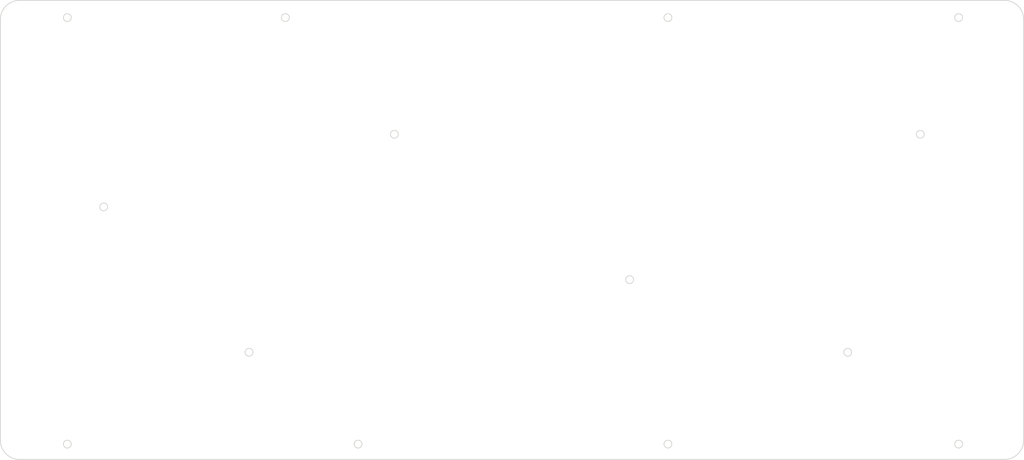
<source format=kicad_pcb>
(kicad_pcb (version 20171130) (host pcbnew 5.0.1)

  (general
    (thickness 1.6)
    (drawings 22)
    (tracks 0)
    (zones 0)
    (modules 0)
    (nets 1)
  )

  (page A3)
  (layers
    (0 F.Cu signal)
    (31 B.Cu signal)
    (32 B.Adhes user)
    (33 F.Adhes user)
    (34 B.Paste user)
    (35 F.Paste user)
    (36 B.SilkS user)
    (37 F.SilkS user)
    (38 B.Mask user)
    (39 F.Mask user)
    (40 Dwgs.User user)
    (41 Cmts.User user)
    (42 Eco1.User user)
    (43 Eco2.User user)
    (44 Edge.Cuts user)
    (45 Margin user)
    (46 B.CrtYd user)
    (47 F.CrtYd user)
    (48 B.Fab user)
    (49 F.Fab user)
  )

  (setup
    (last_trace_width 0.25)
    (trace_clearance 0.2)
    (zone_clearance 0.508)
    (zone_45_only no)
    (trace_min 0.2)
    (segment_width 0.2)
    (edge_width 0.2)
    (via_size 0.8)
    (via_drill 0.4)
    (via_min_size 0.4)
    (via_min_drill 0.3)
    (uvia_size 0.3)
    (uvia_drill 0.1)
    (uvias_allowed no)
    (uvia_min_size 0.2)
    (uvia_min_drill 0.1)
    (pcb_text_width 0.3)
    (pcb_text_size 1.5 1.5)
    (mod_edge_width 0.15)
    (mod_text_size 1 1)
    (mod_text_width 0.15)
    (pad_size 1.524 1.524)
    (pad_drill 0.762)
    (pad_to_mask_clearance 0.051)
    (solder_mask_min_width 0.25)
    (aux_axis_origin 0 0)
    (visible_elements FFFDF7FF)
    (pcbplotparams
      (layerselection 0x010fc_ffffffff)
      (usegerberextensions true)
      (usegerberattributes false)
      (usegerberadvancedattributes false)
      (creategerberjobfile false)
      (excludeedgelayer false)
      (linewidth 0.100000)
      (plotframeref false)
      (viasonmask false)
      (mode 1)
      (useauxorigin false)
      (hpglpennumber 1)
      (hpglpenspeed 20)
      (hpglpendiameter 15.000000)
      (psnegative false)
      (psa4output false)
      (plotreference true)
      (plotvalue true)
      (plotinvisibletext false)
      (padsonsilk false)
      (subtractmaskfromsilk false)
      (outputformat 1)
      (mirror false)
      (drillshape 0)
      (scaleselection 1)
      (outputdirectory "../Photos/Profiled Case/"))
  )

  (net 0 "")

  (net_class Default "This is the default net class."
    (clearance 0.2)
    (trace_width 0.25)
    (via_dia 0.8)
    (via_drill 0.4)
    (uvia_dia 0.3)
    (uvia_drill 0.1)
  )

  (gr_arc (start 79.5 73) (end 79.5 68) (angle -90) (layer Edge.Cuts) (width 0.2))
  (gr_arc (start 79.5 183) (end 74.5 183) (angle -90) (layer Edge.Cuts) (width 0.2))
  (gr_arc (start 337 183) (end 337 188) (angle -90) (layer Edge.Cuts) (width 0.2))
  (gr_arc (start 337 73) (end 342 73) (angle -90) (layer Edge.Cuts) (width 0.2) (tstamp 5C5DDBE6))
  (gr_circle (center 315 103) (end 315.9 103.5) (layer Edge.Cuts) (width 0.2))
  (gr_circle (center 296 160) (end 296.9 160.5) (layer Edge.Cuts) (width 0.2))
  (gr_circle (center 239 141) (end 239.9 141.5) (layer Edge.Cuts) (width 0.2))
  (gr_circle (center 177.5 103) (end 178.4 103.5) (layer Edge.Cuts) (width 0.2))
  (gr_circle (center 139.5 160) (end 140.4 160.5) (layer Edge.Cuts) (width 0.2))
  (gr_circle (center 101.5 122) (end 102.4 122.5) (layer Edge.Cuts) (width 0.2))
  (gr_circle (center 168 184) (end 168.9 184.5) (layer Edge.Cuts) (width 0.2))
  (gr_circle (center 249 184) (end 250 184.2) (layer Edge.Cuts) (width 0.2))
  (gr_circle (center 325 184) (end 325.9 184.5) (layer Edge.Cuts) (width 0.2))
  (gr_circle (center 325 72.5) (end 325.9 73) (layer Edge.Cuts) (width 0.2))
  (gr_circle (center 92 184) (end 92.9 184.5) (layer Edge.Cuts) (width 0.2))
  (gr_circle (center 249 72.5) (end 249.9 73) (layer Edge.Cuts) (width 0.2))
  (gr_circle (center 92 72.5) (end 92.9 73) (layer Edge.Cuts) (width 0.2))
  (gr_circle (center 149 72.5) (end 149.9 73) (layer Edge.Cuts) (width 0.2))
  (gr_line (start 342 73) (end 342 183) (layer Edge.Cuts) (width 0.2))
  (gr_line (start 74.5 183) (end 74.5 73) (layer Edge.Cuts) (width 0.2) (tstamp 5C457A64))
  (gr_line (start 337 188) (end 79.5 188) (layer Edge.Cuts) (width 0.2))
  (gr_line (start 79.5 68) (end 337 68) (layer Edge.Cuts) (width 0.2))

)

</source>
